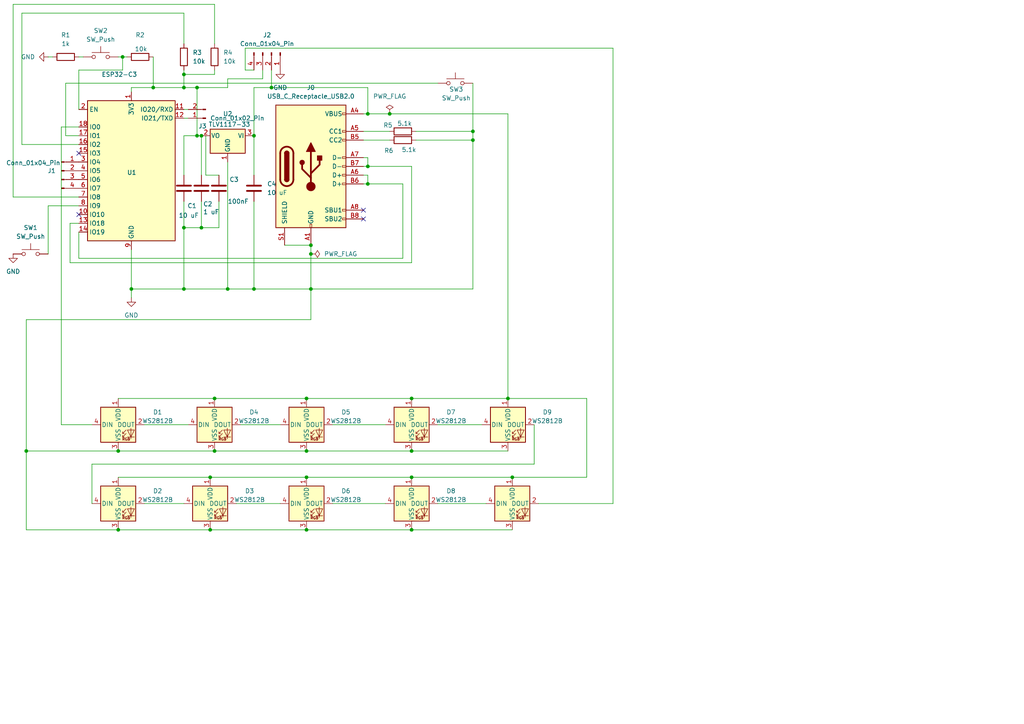
<source format=kicad_sch>
(kicad_sch (version 20231120) (generator "eeschema") (generator_version "8.0")
  (paper "A4")
  (lib_symbols
    (symbol "Connector:Conn_01x02_Pin" (pin_names (offset 1.016) hide)
      (property "Reference" "J" (at 0 2.54 0))
      (property "Value" "Conn_01x02_Pin" (at 0 -5.08 0))
      (symbol "Conn_01x02_Pin_1_1"
        (polyline (pts (xy 1.27 -2.54) (xy 0.8636 -2.54)) (stroke (width 0.1524)))
        (polyline (pts (xy 1.27 0) (xy 0.8636 0)) (stroke (width 0.1524)))
        (rectangle (start 0.8636 -2.413) (end 0 -2.667) (stroke (width 0.1524)) (fill (type outline)))
        (rectangle (start 0.8636 0.127) (end 0 -0.127) (stroke (width 0.1524)) (fill (type outline)))
        (pin passive line (at 5.08 0 180) (length 3.81) (name "Pin_1") (number "1"))
        (pin passive line (at 5.08 -2.54 180) (length 3.81) (name "Pin_2") (number "2"))
      )
    )
    (symbol "Connector:Conn_01x04_Pin" (pin_names (offset 1.016) hide)
      (property "Reference" "J" (at 0 5.08 0))
      (property "Value" "Conn_01x04_Pin" (at 0 -7.62 0))
      (symbol "Conn_01x04_Pin_1_1"
        (polyline (pts (xy 1.27 -5.08) (xy 0.8636 -5.08)) (stroke (width 0.1524)))
        (polyline (pts (xy 1.27 -2.54) (xy 0.8636 -2.54)) (stroke (width 0.1524)))
        (polyline (pts (xy 1.27 0) (xy 0.8636 0)) (stroke (width 0.1524)))
        (polyline (pts (xy 1.27 2.54) (xy 0.8636 2.54)) (stroke (width 0.1524)))
        (rectangle (start 0.8636 -4.953) (end 0 -5.207) (stroke (width 0.1524)) (fill (type outline)))
        (rectangle (start 0.8636 -2.413) (end 0 -2.667) (stroke (width 0.1524)) (fill (type outline)))
        (rectangle (start 0.8636 0.127) (end 0 -0.127) (stroke (width 0.1524)) (fill (type outline)))
        (rectangle (start 0.8636 2.667) (end 0 2.413) (stroke (width 0.1524)) (fill (type outline)))
        (pin passive line (at 5.08 2.54 180) (length 3.81) (name "Pin_1") (number "1"))
        (pin passive line (at 5.08 0 180) (length 3.81) (name "Pin_2") (number "2"))
        (pin passive line (at 5.08 -2.54 180) (length 3.81) (name "Pin_3") (number "3"))
        (pin passive line (at 5.08 -5.08 180) (length 3.81) (name "Pin_4") (number "4"))
      )
    )
    (symbol "Connector:USB_C_Receptacle_USB2.0" (pin_names (offset 1.016))
      (property "Reference" "J" (at -10.16 19.05 0))
      (property "Value" "USB_C_Receptacle_USB2.0" (at 19.05 19.05 0))
      (symbol "USB_C_Receptacle_USB2.0_0_0"
        (rectangle (start -0.254 -17.78) (end 0.254 -16.764))
        (rectangle (start 10.16 -14.986) (end 9.144 -15.494))
        (rectangle (start 10.16 -12.446) (end 9.144 -12.954))
        (rectangle (start 10.16 -4.826) (end 9.144 -5.334))
        (rectangle (start 10.16 -2.286) (end 9.144 -2.794))
        (rectangle (start 10.16 0.254) (end 9.144 -0.254))
        (rectangle (start 10.16 2.794) (end 9.144 2.286))
        (rectangle (start 10.16 7.874) (end 9.144 7.366))
        (rectangle (start 10.16 10.414) (end 9.144 9.906))
        (rectangle (start 10.16 15.494) (end 9.144 14.986))
      )
      (symbol "USB_C_Receptacle_USB2.0_0_1"
        (rectangle (start -10.16 17.78) (end 10.16 -17.78) (stroke (width 0.254)) (fill (type background)))
        (arc (start -8.89 -3.81) (mid -6.985 -5.7067) (end -5.08 -3.81) (stroke (width 0.508)))
        (arc (start -7.62 -3.81) (mid -6.985 -4.4423) (end -6.35 -3.81) (stroke (width 0.254)))
        (arc (start -7.62 -3.81) (mid -6.985 -4.4423) (end -6.35 -3.81) (stroke (width 0.254)) (fill (type outline)))
        (rectangle (start -7.62 -3.81) (end -6.35 3.81) (stroke (width 0.254)) (fill (type outline)))
        (arc (start -6.35 3.81) (mid -6.985 4.4423) (end -7.62 3.81) (stroke (width 0.254)))
        (arc (start -6.35 3.81) (mid -6.985 4.4423) (end -7.62 3.81) (stroke (width 0.254)) (fill (type outline)))
        (arc (start -5.08 3.81) (mid -6.985 5.7067) (end -8.89 3.81) (stroke (width 0.508)))
        (circle (center -2.54 1.143) (radius 0.635) (stroke (width 0.254)) (fill (type outline)))
        (circle (center 0 -5.842) (radius 1.27) (fill (type outline)))
        (polyline (pts (xy -8.89 -3.81) (xy -8.89 3.81)) (stroke (width 0.508)))
        (polyline (pts (xy -5.08 3.81) (xy -5.08 -3.81)) (stroke (width 0.508)))
        (polyline (pts (xy 0 -5.842) (xy 0 4.318)) (stroke (width 0.508)))
        (polyline (pts (xy 0 -3.302) (xy -2.54 -0.762) (xy -2.54 0.508)) (stroke (width 0.508)))
        (polyline (pts (xy 0 -2.032) (xy 2.54 0.508) (xy 2.54 1.778)) (stroke (width 0.508)))
        (polyline (pts (xy -1.27 4.318) (xy 0 6.858) (xy 1.27 4.318) (xy -1.27 4.318)) (stroke (width 0.254)) (fill (type outline)))
        (rectangle (start 1.905 1.778) (end 3.175 3.048) (stroke (width 0.254)) (fill (type outline)))
      )
      (symbol "USB_C_Receptacle_USB2.0_1_1"
        (pin passive line (at 0 -22.86 90) (length 5.08) (name "GND") (number "A1"))
        (pin passive line (at 0 -22.86 90) (length 5.08) hide (name "GND") (number "A12"))
        (pin passive line (at 15.24 15.24 180) (length 5.08) (name "VBUS") (number "A4"))
        (pin bidirectional line (at 15.24 10.16 180) (length 5.08) (name "CC1") (number "A5"))
        (pin bidirectional line (at 15.24 -2.54 180) (length 5.08) (name "D+") (number "A6"))
        (pin bidirectional line (at 15.24 2.54 180) (length 5.08) (name "D-") (number "A7"))
        (pin bidirectional line (at 15.24 -12.7 180) (length 5.08) (name "SBU1") (number "A8"))
        (pin passive line (at 15.24 15.24 180) (length 5.08) hide (name "VBUS") (number "A9"))
        (pin passive line (at 0 -22.86 90) (length 5.08) hide (name "GND") (number "B1"))
        (pin passive line (at 0 -22.86 90) (length 5.08) hide (name "GND") (number "B12"))
        (pin passive line (at 15.24 15.24 180) (length 5.08) hide (name "VBUS") (number "B4"))
        (pin bidirectional line (at 15.24 7.62 180) (length 5.08) (name "CC2") (number "B5"))
        (pin bidirectional line (at 15.24 -5.08 180) (length 5.08) (name "D+") (number "B6"))
        (pin bidirectional line (at 15.24 0 180) (length 5.08) (name "D-") (number "B7"))
        (pin bidirectional line (at 15.24 -15.24 180) (length 5.08) (name "SBU2") (number "B8"))
        (pin passive line (at 15.24 15.24 180) (length 5.08) hide (name "VBUS") (number "B9"))
        (pin passive line (at -7.62 -22.86 90) (length 5.08) (name "SHIELD") (number "S1"))
      )
    )
    (symbol "Device:C" (pin_numbers hide) (pin_names (offset 0.254))
      (property "Reference" "C" (at 0.635 2.54 0))
      (property "Value" "C" (at 0.635 -2.54 0))
      (symbol "C_0_1"
        (polyline (pts (xy -2.032 -0.762) (xy 2.032 -0.762)) (stroke (width 0.508)))
        (polyline (pts (xy -2.032 0.762) (xy 2.032 0.762)) (stroke (width 0.508)))
      )
      (symbol "C_1_1"
        (pin passive line (at 0 3.81 270) (length 2.794) (name "~") (number "1"))
        (pin passive line (at 0 -3.81 90) (length 2.794) (name "~") (number "2"))
      )
    )
    (symbol "Device:R" (pin_numbers hide) (pin_names (offset 0))
      (property "Reference" "R" (at 2.032 0 90))
      (property "Value" "R" (at 0 0 90))
      (symbol "R_0_1"
        (rectangle (start -1.016 -2.54) (end 1.016 2.54) (stroke (width 0.254)))
      )
      (symbol "R_1_1"
        (pin passive line (at 0 3.81 270) (length 1.27) (name "~") (number "1"))
        (pin passive line (at 0 -3.81 90) (length 1.27) (name "~") (number "2"))
      )
    )
    (symbol "LED:WS2812B" (pin_names (offset 0.254))
      (property "Reference" "D" (at 5.08 5.715 0))
      (property "Value" "WS2812B" (at 1.27 -5.715 0))
      (symbol "WS2812B_0_0"
        (text "RGB" (at 2.286 -4.191 0) (effects (font (size 0.762 0.762))))
      )
      (symbol "WS2812B_0_1"
        (polyline (pts (xy 1.27 -3.556) (xy 1.778 -3.556)))
        (polyline (pts (xy 1.27 -2.54) (xy 1.778 -2.54)))
        (polyline (pts (xy 4.699 -3.556) (xy 2.667 -3.556)))
        (polyline (pts (xy 2.286 -2.54) (xy 1.27 -3.556) (xy 1.27 -3.048)))
        (polyline (pts (xy 2.286 -1.524) (xy 1.27 -2.54) (xy 1.27 -2.032)))
        (polyline (pts (xy 3.683 -1.016) (xy 3.683 -3.556) (xy 3.683 -4.064)))
        (polyline (pts (xy 4.699 -1.524) (xy 2.667 -1.524) (xy 3.683 -3.556) (xy 4.699 -1.524)))
        (rectangle (start 5.08 5.08) (end -5.08 -5.08) (stroke (width 0.254)) (fill (type background)))
      )
      (symbol "WS2812B_1_1"
        (pin power_in line (at 0 7.62 270) (length 2.54) (name "VDD") (number "1"))
        (pin output line (at 7.62 0 180) (length 2.54) (name "DOUT") (number "2"))
        (pin power_in line (at 0 -7.62 90) (length 2.54) (name "VSS") (number "3"))
        (pin input line (at -7.62 0 0) (length 2.54) (name "DIN") (number "4"))
      )
    )
    (symbol "RF_Module:ESP32-C3-WROOM-02"
      (property "Reference" "U" (at -12.192 21.336 0))
      (property "Value" "ESP32-C3-WROOM-02" (at 12.192 21.336 0))
      (symbol "ESP32-C3-WROOM-02_1_1"
        (rectangle (start -12.7 20.32) (end 12.7 -20.32) (stroke (width 0.254)) (fill (type background)))
        (pin power_in line (at 0 22.86 270) (length 2.54) (name "3V3") (number "1"))
        (pin bidirectional line (at -15.24 -12.7 0) (length 2.54) (name "IO10") (number "10"))
        (pin bidirectional line (at 15.24 17.78 180) (length 2.54) (name "IO20/RXD") (number "11"))
        (pin bidirectional line (at 15.24 15.24 180) (length 2.54) (name "IO21/TXD") (number "12"))
        (pin bidirectional line (at -15.24 -15.24 0) (length 2.54) (name "IO18") (number "13"))
        (pin bidirectional line (at -15.24 -17.78 0) (length 2.54) (name "IO19") (number "14"))
        (pin bidirectional line (at -15.24 5.08 0) (length 2.54) (name "IO3") (number "15"))
        (pin bidirectional line (at -15.24 7.62 0) (length 2.54) (name "IO2") (number "16"))
        (pin bidirectional line (at -15.24 10.16 0) (length 2.54) (name "IO1") (number "17"))
        (pin bidirectional line (at -15.24 12.7 0) (length 2.54) (name "IO0") (number "18"))
        (pin passive line (at 0 -22.86 90) (length 2.54) hide (name "GND") (number "19"))
        (pin input line (at -15.24 17.78 0) (length 2.54) (name "EN") (number "2"))
        (pin bidirectional line (at -15.24 2.54 0) (length 2.54) (name "IO4") (number "3"))
        (pin bidirectional line (at -15.24 0 0) (length 2.54) (name "IO5") (number "4"))
        (pin bidirectional line (at -15.24 -2.54 0) (length 2.54) (name "IO6") (number "5"))
        (pin bidirectional line (at -15.24 -5.08 0) (length 2.54) (name "IO7") (number "6"))
        (pin bidirectional line (at -15.24 -7.62 0) (length 2.54) (name "IO8") (number "7"))
        (pin bidirectional line (at -15.24 -10.16 0) (length 2.54) (name "IO9") (number "8"))
        (pin power_in line (at 0 -22.86 90) (length 2.54) (name "GND") (number "9"))
      )
    )
    (symbol "Regulator_Linear:TLV1117-33" (pin_names (offset 0.254))
      (property "Reference" "U" (at -3.81 3.175 0))
      (property "Value" "TLV1117-33" (at 0 3.175 0))
      (symbol "TLV1117-33_0_1"
        (rectangle (start -5.08 -5.08) (end 5.08 1.905) (stroke (width 0.254)) (fill (type background)))
      )
      (symbol "TLV1117-33_1_1"
        (pin power_in line (at 0 -7.62 90) (length 2.54) (name "GND") (number "1"))
        (pin power_out line (at 7.62 0 180) (length 2.54) (name "VO") (number "2"))
        (pin power_in line (at -7.62 0 0) (length 2.54) (name "VI") (number "3"))
      )
    )
    (symbol "Switch:SW_Push" (pin_numbers hide) (pin_names (offset 1.016) hide)
      (property "Reference" "SW" (at 1.27 2.54 0))
      (property "Value" "SW_Push" (at 0 -1.524 0))
      (symbol "SW_Push_0_1"
        (circle (center -2.032 0) (radius 0.508))
        (polyline (pts (xy 0 1.27) (xy 0 3.048)))
        (polyline (pts (xy 2.54 1.27) (xy -2.54 1.27)))
        (circle (center 2.032 0) (radius 0.508))
        (pin passive line (at -5.08 0 0) (length 2.54) (name "1") (number "1"))
        (pin passive line (at 5.08 0 180) (length 2.54) (name "2") (number "2"))
      )
    )
    (symbol "power:GND" (power) (pin_numbers hide) (pin_names (offset 0) hide)
      (property "Value" "GND" (at 0 -3.81 0))
      (symbol "GND_0_1"
        (polyline (pts (xy 0 0) (xy 0 -1.27) (xy 1.27 -1.27) (xy 0 -2.54) (xy -1.27 -1.27) (xy 0 -1.27)))
      )
      (symbol "GND_1_1"
        (pin power_in line (at 0 0 270) (length 0) (name "~") (number "1"))
      )
    )
    (symbol "power:PWR_FLAG" (power) (pin_numbers hide) (pin_names (offset 0) hide)
      (property "Value" "PWR_FLAG" (at 0 3.81 0))
      (symbol "PWR_FLAG_0_0"
        (pin power_out line (at 0 0 90) (length 0) (name "~") (number "1"))
      )
      (symbol "PWR_FLAG_0_1"
        (polyline (pts (xy 0 0) (xy 0 1.27) (xy -1.016 1.905) (xy 0 2.54) (xy 1.016 1.905) (xy 0 1.27)))
      )
    )
  )
  (junction (at 35.56 16.51))
  (junction (at 53.34 21.59))
  (junction (at 60.96 153.67))
  (junction (at 78.74 25.4))
  (junction (at 119.38 130.81))
  (junction (at 106.68 48.26))
  (junction (at 137.16 38.1))
  (junction (at 66.04 83.82))
  (junction (at 148.59 138.43))
  (junction (at 58.42 66.04))
  (junction (at 38.1 83.82))
  (junction (at 53.34 83.82))
  (junction (at 44.45 25.4))
  (junction (at 62.23 115.57))
  (junction (at 119.38 115.57))
  (junction (at 147.32 115.57))
  (junction (at 34.29 130.81))
  (junction (at 58.42 39.37))
  (junction (at 90.17 73.66))
  (junction (at 88.9 138.43))
  (junction (at 88.9 130.81))
  (junction (at 60.96 138.43))
  (junction (at 119.38 153.67))
  (junction (at 106.68 33.02))
  (junction (at 53.34 66.04))
  (junction (at 119.38 138.43))
  (junction (at 7.62 130.81))
  (junction (at 62.23 130.81))
  (junction (at 137.16 40.64))
  (junction (at 57.15 25.4))
  (junction (at 73.66 39.37))
  (junction (at 57.15 39.37))
  (junction (at 88.9 115.57))
  (junction (at 88.9 153.67))
  (junction (at 73.66 83.82))
  (junction (at 34.29 153.67))
  (junction (at 90.17 83.82))
  (junction (at 106.68 53.34))
  (junction (at 90.17 71.12))
  (junction (at 113.03 33.02))
  (junction (at 53.34 25.4))
  (no_connect (at 105.41 60.96))
  (no_connect (at 22.86 62.23))
  (no_connect (at 22.86 44.45))
  (no_connect (at 105.41 63.5))
  (wire (pts (xy 119.38 130.81) (xy 147.32 130.81)))
  (wire (pts (xy 58.42 66.04) (xy 53.34 66.04)))
  (wire (pts (xy 113.03 33.02) (xy 147.32 33.02)))
  (wire (pts (xy 90.17 71.12) (xy 90.17 73.66)))
  (wire (pts (xy 22.86 20.32) (xy 22.86 31.75)))
  (wire (pts (xy 57.15 25.4) (xy 66.04 25.4)))
  (wire (pts (xy 20.32 64.77) (xy 22.86 64.77)))
  (wire (pts (xy 34.29 153.67) (xy 60.96 153.67)))
  (wire (pts (xy 63.5 50.8) (xy 59.69 50.8)))
  (wire (pts (xy 57.15 39.37) (xy 57.15 25.4)))
  (wire (pts (xy 66.04 25.4) (xy 66.04 22.86)))
  (wire (pts (xy 154.94 123.19) (xy 154.94 134.62)))
  (wire (pts (xy 59.69 50.8) (xy 59.69 39.37)))
  (wire (pts (xy 41.91 123.19) (xy 54.61 123.19)))
  (wire (pts (xy 34.29 16.51) (xy 35.56 16.51)))
  (wire (pts (xy 73.66 39.37) (xy 73.66 50.8)))
  (wire (pts (xy 156.21 146.05) (xy 177.8 146.05)))
  (wire (pts (xy 147.32 33.02) (xy 147.32 115.57)))
  (wire (pts (xy 63.5 66.04) (xy 58.42 66.04)))
  (wire (pts (xy 19.05 24.13) (xy 127 24.13)))
  (wire (pts (xy 26.67 134.62) (xy 154.94 134.62)))
  (wire (pts (xy 105.41 40.64) (xy 113.03 40.64)))
  (wire (pts (xy 105.41 45.72) (xy 106.68 45.72)))
  (wire (pts (xy 119.38 138.43) (xy 148.59 138.43)))
  (wire (pts (xy 105.41 50.8) (xy 106.68 50.8)))
  (wire (pts (xy 68.58 146.05) (xy 81.28 146.05)))
  (wire (pts (xy 73.66 83.82) (xy 90.17 83.82)))
  (wire (pts (xy 78.74 20.32) (xy 78.74 25.4)))
  (wire (pts (xy 3.81 57.15) (xy 22.86 57.15)))
  (wire (pts (xy 76.2 22.86) (xy 76.2 20.32)))
  (wire (pts (xy 96.52 146.05) (xy 111.76 146.05)))
  (wire (pts (xy 41.91 146.05) (xy 53.34 146.05)))
  (wire (pts (xy 34.29 130.81) (xy 62.23 130.81)))
  (wire (pts (xy 127 123.19) (xy 139.7 123.19)))
  (wire (pts (xy 119.38 48.26) (xy 119.38 76.2)))
  (wire (pts (xy 96.52 123.19) (xy 111.76 123.19)))
  (wire (pts (xy 35.56 20.32) (xy 22.86 20.32)))
  (wire (pts (xy 62.23 20.32) (xy 62.23 21.59)))
  (wire (pts (xy 53.34 39.37) (xy 53.34 50.8)))
  (wire (pts (xy 62.23 1.27) (xy 3.81 1.27)))
  (wire (pts (xy 20.32 64.77) (xy 20.32 76.2)))
  (wire (pts (xy 62.23 130.81) (xy 88.9 130.81)))
  (wire (pts (xy 26.67 134.62) (xy 26.67 146.05)))
  (wire (pts (xy 88.9 115.57) (xy 119.38 115.57)))
  (wire (pts (xy 120.65 38.1) (xy 137.16 38.1)))
  (wire (pts (xy 53.34 25.4) (xy 57.15 25.4)))
  (wire (pts (xy 22.86 74.93) (xy 116.84 74.93)))
  (wire (pts (xy 38.1 83.82) (xy 53.34 83.82)))
  (wire (pts (xy 13.97 16.51) (xy 15.24 16.51)))
  (wire (pts (xy 38.1 25.4) (xy 38.1 26.67)))
  (wire (pts (xy 53.34 39.37) (xy 57.15 39.37)))
  (wire (pts (xy 53.34 21.59) (xy 53.34 25.4)))
  (wire (pts (xy 170.18 115.57) (xy 170.18 138.43)))
  (wire (pts (xy 17.78 36.83) (xy 17.78 123.19)))
  (wire (pts (xy 38.1 25.4) (xy 44.45 25.4)))
  (wire (pts (xy 13.97 73.66) (xy 13.97 59.69)))
  (wire (pts (xy 60.96 153.67) (xy 88.9 153.67)))
  (wire (pts (xy 35.56 16.51) (xy 36.83 16.51)))
  (wire (pts (xy 53.34 20.32) (xy 53.34 21.59)))
  (wire (pts (xy 69.85 123.19) (xy 81.28 123.19)))
  (wire (pts (xy 19.05 39.37) (xy 22.86 39.37)))
  (wire (pts (xy 54.61 34.29) (xy 53.34 34.29)))
  (wire (pts (xy 105.41 53.34) (xy 106.68 53.34)))
  (wire (pts (xy 53.34 83.82) (xy 66.04 83.82)))
  (wire (pts (xy 147.32 115.57) (xy 170.18 115.57)))
  (wire (pts (xy 62.23 12.7) (xy 62.23 1.27)))
  (wire (pts (xy 71.12 20.32) (xy 73.66 20.32)))
  (wire (pts (xy 3.81 1.27) (xy 3.81 57.15)))
  (wire (pts (xy 22.86 16.51) (xy 24.13 16.51)))
  (wire (pts (xy 90.17 73.66) (xy 90.17 83.82)))
  (wire (pts (xy 38.1 83.82) (xy 38.1 86.36)))
  (wire (pts (xy 106.68 50.8) (xy 106.68 53.34)))
  (wire (pts (xy 38.1 72.39) (xy 38.1 83.82)))
  (wire (pts (xy 17.78 123.19) (xy 26.67 123.19)))
  (wire (pts (xy 63.5 58.42) (xy 63.5 66.04)))
  (wire (pts (xy 106.68 53.34) (xy 116.84 53.34)))
  (wire (pts (xy 66.04 22.86) (xy 76.2 22.86)))
  (wire (pts (xy 44.45 25.4) (xy 53.34 25.4)))
  (wire (pts (xy 170.18 138.43) (xy 148.59 138.43)))
  (wire (pts (xy 106.68 25.4) (xy 106.68 33.02)))
  (wire (pts (xy 137.16 40.64) (xy 137.16 38.1)))
  (wire (pts (xy 62.23 115.57) (xy 88.9 115.57)))
  (wire (pts (xy 7.62 92.71) (xy 7.62 130.81)))
  (wire (pts (xy 53.34 12.7) (xy 53.34 3.81)))
  (wire (pts (xy 20.32 76.2) (xy 119.38 76.2)))
  (wire (pts (xy 78.74 25.4) (xy 106.68 25.4)))
  (wire (pts (xy 105.41 48.26) (xy 106.68 48.26)))
  (wire (pts (xy 90.17 83.82) (xy 137.16 83.82)))
  (wire (pts (xy 88.9 153.67) (xy 119.38 153.67)))
  (wire (pts (xy 6.35 3.81) (xy 6.35 41.91)))
  (wire (pts (xy 22.86 36.83) (xy 17.78 36.83)))
  (wire (pts (xy 53.34 3.81) (xy 6.35 3.81)))
  (wire (pts (xy 19.05 24.13) (xy 19.05 39.37)))
  (wire (pts (xy 119.38 115.57) (xy 147.32 115.57)))
  (wire (pts (xy 88.9 130.81) (xy 119.38 130.81)))
  (wire (pts (xy 106.68 48.26) (xy 119.38 48.26)))
  (wire (pts (xy 137.16 83.82) (xy 137.16 40.64)))
  (wire (pts (xy 60.96 138.43) (xy 88.9 138.43)))
  (wire (pts (xy 90.17 92.71) (xy 7.62 92.71)))
  (wire (pts (xy 73.66 58.42) (xy 73.66 83.82)))
  (wire (pts (xy 13.97 59.69) (xy 22.86 59.69)))
  (wire (pts (xy 127 146.05) (xy 140.97 146.05)))
  (wire (pts (xy 66.04 46.99) (xy 66.04 83.82)))
  (wire (pts (xy 88.9 138.43) (xy 119.38 138.43)))
  (wire (pts (xy 82.55 71.12) (xy 90.17 71.12)))
  (wire (pts (xy 66.04 83.82) (xy 73.66 83.82)))
  (wire (pts (xy 119.38 153.67) (xy 148.59 153.67)))
  (wire (pts (xy 57.15 39.37) (xy 58.42 39.37)))
  (wire (pts (xy 120.65 40.64) (xy 137.16 40.64)))
  (wire (pts (xy 106.68 45.72) (xy 106.68 48.26)))
  (wire (pts (xy 177.8 13.97) (xy 71.12 13.97)))
  (wire (pts (xy 106.68 33.02) (xy 113.03 33.02)))
  (wire (pts (xy 34.29 115.57) (xy 62.23 115.57)))
  (wire (pts (xy 90.17 83.82) (xy 90.17 92.71)))
  (wire (pts (xy 58.42 58.42) (xy 58.42 66.04)))
  (wire (pts (xy 73.66 39.37) (xy 73.66 25.4)))
  (wire (pts (xy 58.42 39.37) (xy 59.69 39.37)))
  (wire (pts (xy 54.61 31.75) (xy 53.34 31.75)))
  (wire (pts (xy 62.23 21.59) (xy 53.34 21.59)))
  (wire (pts (xy 105.41 38.1) (xy 113.03 38.1)))
  (wire (pts (xy 73.66 25.4) (xy 78.74 25.4)))
  (wire (pts (xy 7.62 153.67) (xy 34.29 153.67)))
  (wire (pts (xy 105.41 33.02) (xy 106.68 33.02)))
  (wire (pts (xy 7.62 130.81) (xy 34.29 130.81)))
  (wire (pts (xy 35.56 16.51) (xy 35.56 20.32)))
  (wire (pts (xy 116.84 53.34) (xy 116.84 74.93)))
  (wire (pts (xy 22.86 74.93) (xy 22.86 67.31)))
  (wire (pts (xy 177.8 146.05) (xy 177.8 13.97)))
  (wire (pts (xy 53.34 66.04) (xy 53.34 83.82)))
  (wire (pts (xy 71.12 13.97) (xy 71.12 20.32)))
  (wire (pts (xy 53.34 58.42) (xy 53.34 66.04)))
  (wire (pts (xy 137.16 38.1) (xy 137.16 24.13)))
  (wire (pts (xy 6.35 41.91) (xy 22.86 41.91)))
  (wire (pts (xy 34.29 138.43) (xy 60.96 138.43)))
  (wire (pts (xy 58.42 39.37) (xy 58.42 50.8)))
  (wire (pts (xy 44.45 25.4) (xy 44.45 16.51)))
  (wire (pts (xy 7.62 130.81) (xy 7.62 153.67)))
  (symbol (lib_id "Device:R") (at 116.84 40.64 90) (unit 1)
    (property "Reference" "R6" (at 112.776 43.688 90))
    (property "Value" "5.1k" (at 118.618 43.434 90))
    (property "Footprint" "Resistor_SMD:R_0603_1608Metric_Pad0.98x0.95mm_HandSolder" (effects (hide yes)))
    (property "Description" "Resistor" (effects (hide yes)))
  )
  (symbol (lib_id "Device:R") (at 19.05 16.51 90) (unit 1)
    (property "Reference" "R1" (at 19.05 10.16 90))
    (property "Value" "1k" (at 19.05 12.7 90))
    (property "Footprint" "Resistor_SMD:R_0603_1608Metric_Pad0.98x0.95mm_HandSolder" (effects (hide yes)))
    (property "Description" "Resistor" (effects (hide yes)))
  )
  (symbol (lib_id "power:GND") (at 81.28 20.32 0) (unit 1)
    (property "Reference" "#PWR04" (effects (hide yes)))
    (property "Value" "GND" (at 81.28 25.4 0))
    (property "Description" "Power symbol creates a global label with name \"GND\" , ground" (effects (hide yes)))
  )
  (symbol (lib_id "LED:WS2812B") (at 119.38 123.19 0) (unit 1)
    (property "Reference" "D7" (at 130.81 119.5421 0))
    (property "Value" "WS2812B" (at 130.81 122.0821 0))
    (property "Footprint" "LED_SMD:LED_WS2812B_PLCC4_5.0x5.0mm_P3.2mm" (effects (hide yes)))
    (property "Datasheet" "https://cdn-shop.adafruit.com/datasheets/WS2812B.pdf" (effects (hide yes)))
  )
  (symbol (lib_id "LED:WS2812B") (at 88.9 146.05 0) (unit 1)
    (property "Reference" "D6" (at 100.33 142.4021 0))
    (property "Value" "WS2812B" (at 100.33 144.9421 0))
    (property "Footprint" "LED_SMD:LED_WS2812B_PLCC4_5.0x5.0mm_P3.2mm" (effects (hide yes)))
    (property "Datasheet" "https://cdn-shop.adafruit.com/datasheets/WS2812B.pdf" (effects (hide yes)))
  )
  (symbol (lib_id "LED:WS2812B") (at 60.96 146.05 0) (unit 1)
    (property "Reference" "D3" (at 72.39 142.4021 0))
    (property "Value" "WS2812B" (at 72.39 144.9421 0))
    (property "Footprint" "LED_SMD:LED_WS2812B_PLCC4_5.0x5.0mm_P3.2mm" (effects (hide yes)))
    (property "Datasheet" "https://cdn-shop.adafruit.com/datasheets/WS2812B.pdf" (effects (hide yes)))
  )
  (symbol (lib_id "Device:R") (at 53.34 16.51 180) (unit 1)
    (property "Reference" "R3" (at 55.88 15.2399 0) (effects (justify right)))
    (property "Value" "10k" (at 55.88 17.7799 0) (effects (justify right)))
    (property "Footprint" "Resistor_SMD:R_0603_1608Metric_Pad0.98x0.95mm_HandSolder" (effects (hide yes)))
    (property "Description" "Resistor" (effects (hide yes)))
  )
  (symbol (lib_id "Connector:Conn_01x04_Pin") (at 17.78 49.53 0) (unit 1)
    (property "Reference" "J1" (at 14.986 49.53 0))
    (property "Value" "Conn_01x04_Pin" (at 9.652 47.244 0))
    (property "Footprint" "Connector_PinSocket_2.54mm:PinSocket_1x04_P2.54mm_Vertical_SMD_Pin1Left" (effects (hide yes)))
    (property "Description" "Generic connector, single row, 01x04, script generated" (effects (hide yes)))
  )
  (symbol (lib_id "LED:WS2812B") (at 62.23 123.19 0) (unit 1)
    (property "Reference" "D4" (at 73.66 119.5421 0))
    (property "Value" "WS2812B" (at 73.66 122.0821 0))
    (property "Footprint" "LED_SMD:LED_WS2812B_PLCC4_5.0x5.0mm_P3.2mm" (effects (hide yes)))
    (property "Datasheet" "https://cdn-shop.adafruit.com/datasheets/WS2812B.pdf" (effects (hide yes)))
  )
  (symbol (lib_id "Device:R") (at 40.64 16.51 90) (unit 1)
    (property "Reference" "R2" (at 40.64 10.16 90))
    (property "Value" "10k" (at 40.894 14.224 90))
    (property "Footprint" "Resistor_SMD:R_0603_1608Metric_Pad0.98x0.95mm_HandSolder" (effects (hide yes)))
    (property "Description" "Resistor" (effects (hide yes)))
  )
  (symbol (lib_id "Switch:SW_Push") (at 8.89 73.66 0) (unit 1)
    (property "Reference" "SW1" (at 8.89 66.04 0))
    (property "Value" "SW_Push" (at 8.89 68.58 0))
    (property "Footprint" "Button_Switch_SMD:SW_Push_SPST_NO_Alps_SKRK" (effects (hide yes)))
    (property "Description" "Push button switch, generic, two pins" (effects (hide yes)))
  )
  (symbol (lib_id "Switch:SW_Push") (at 29.21 16.51 0) (unit 1)
    (property "Reference" "SW2" (at 29.21 8.89 0))
    (property "Value" "SW_Push" (at 29.21 11.43 0))
    (property "Footprint" "Button_Switch_SMD:SW_Push_SPST_NO_Alps_SKRK" (effects (hide yes)))
    (property "Description" "Push button switch, generic, two pins" (effects (hide yes)))
  )
  (symbol (lib_id "Connector:Conn_01x02_Pin") (at 59.69 34.29 180) (unit 1)
    (property "Reference" "J3" (at 59.944 36.576 0) (effects (justify left)))
    (property "Value" "Conn_01x02_Pin" (at 60.96 34.2899 0) (effects (justify right)))
    (property "Footprint" "Connector_PinSocket_2.54mm:PinSocket_1x02_P2.54mm_Vertical_SMD_Pin1Left" (effects (hide yes)))
    (property "Description" "Generic connector, single row, 01x02, script generated" (effects (hide yes)))
  )
  (symbol (lib_id "Connector:Conn_01x04_Pin") (at 78.74 15.24 270) (unit 1)
    (property "Reference" "J2" (at 77.47 10.16 90))
    (property "Value" "Conn_01x04_Pin" (at 77.47 12.7 90))
    (property "Footprint" "Connector_PinSocket_2.54mm:PinSocket_1x04_P2.54mm_Vertical_SMD_Pin1Left" (effects (hide yes)))
    (property "Description" "Generic connector, single row, 01x04, script generated" (effects (hide yes)))
  )
  (symbol (lib_id "Device:C") (at 63.5 54.61 0) (unit 1)
    (property "Reference" "C3" (at 66.548 52.07 0) (effects (justify left)))
    (property "Value" "100nF" (at 66.04 58.42 0) (effects (justify left)))
    (property "Footprint" "Capacitor_SMD:C_0603_1608Metric_Pad1.08x0.95mm_HandSolder" (effects (hide yes)))
    (property "Description" "Unpolarized capacitor" (effects (hide yes)))
  )
  (symbol (lib_id "LED:WS2812B") (at 88.9 123.19 0) (unit 1)
    (property "Reference" "D5" (at 100.33 119.5421 0))
    (property "Value" "WS2812B" (at 100.33 122.0821 0))
    (property "Footprint" "LED_SMD:LED_WS2812B_PLCC4_5.0x5.0mm_P3.2mm" (effects (hide yes)))
    (property "Datasheet" "https://cdn-shop.adafruit.com/datasheets/WS2812B.pdf" (effects (hide yes)))
  )
  (symbol (lib_id "power:GND") (at 13.97 16.51 270) (unit 1)
    (property "Reference" "#PWR02" (effects (hide yes)))
    (property "Value" "GND" (at 10.16 16.5099 90) (effects (justify right)))
    (property "Description" "Power symbol creates a global label with name \"GND\" , ground" (effects (hide yes)))
  )
  (symbol (lib_id "LED:WS2812B") (at 147.32 123.19 0) (unit 1)
    (property "Reference" "D9" (at 158.75 119.5421 0))
    (property "Value" "WS2812B" (at 158.75 122.0821 0))
    (property "Footprint" "LED_SMD:LED_WS2812B_PLCC4_5.0x5.0mm_P3.2mm" (effects (hide yes)))
    (property "Datasheet" "https://cdn-shop.adafruit.com/datasheets/WS2812B.pdf" (effects (hide yes)))
  )
  (symbol (lib_id "Connector:USB_C_Receptacle_USB2.0") (at 90.17 48.26 0) (unit 1)
    (property "Reference" "J0" (at 90.17 25.4 0))
    (property "Value" "USB_C_Receptacle_USB2.0" (at 90.17 27.94 0))
    (property "Footprint" "Connector_USB:USB_C_Receptacle_GCT_USB4110" (effects (hide yes)))
    (property "Datasheet" "https://www.usb.org/sites/default/files/documents/usb_type-c.zip" (effects (hide yes)))
  )
  (symbol (lib_id "power:GND") (at 38.1 86.36 0) (unit 1)
    (property "Reference" "#PWR03" (effects (hide yes)))
    (property "Value" "GND" (at 38.1 91.44 0))
    (property "Description" "Power symbol creates a global label with name \"GND\" , ground" (effects (hide yes)))
  )
  (symbol (lib_id "LED:WS2812B") (at 119.38 146.05 0) (unit 1)
    (property "Reference" "D8" (at 130.81 142.4021 0))
    (property "Value" "WS2812B" (at 130.81 144.9421 0))
    (property "Footprint" "LED_SMD:LED_WS2812B_PLCC4_5.0x5.0mm_P3.2mm" (effects (hide yes)))
    (property "Datasheet" "https://cdn-shop.adafruit.com/datasheets/WS2812B.pdf" (effects (hide yes)))
  )
  (symbol (lib_id "power:PWR_FLAG") (at 90.17 73.66 270) (unit 1)
    (property "Reference" "#FLG02" (effects (hide yes)))
    (property "Value" "PWR_FLAG" (at 93.98 73.6599 90) (effects (justify left)))
    (property "Description" "Special symbol for telling ERC where power comes from" (effects (hide yes)))
  )
  (symbol (lib_id "Switch:SW_Push") (at 132.08 24.13 0) (unit 1)
    (property "Reference" "SW3" (at 132.334 25.908 0))
    (property "Value" "SW_Push" (at 132.334 28.448 0))
    (property "Footprint" "Button_Switch_SMD:SW_Push_SPST_NO_Alps_SKRK" (effects (hide yes)))
  )
  (symbol (lib_id "Device:C") (at 58.42 54.61 0) (unit 1)
    (property "Reference" "C2" (at 58.928 59.182 0) (effects (justify left)))
    (property "Value" "1 uF" (at 58.928 61.468 0) (effects (justify left)))
    (property "Footprint" "Capacitor_SMD:C_0603_1608Metric_Pad1.08x0.95mm_HandSolder" (effects (hide yes)))
    (property "Description" "Unpolarized capacitor" (effects (hide yes)))
  )
  (symbol (lib_id "Device:R") (at 62.23 16.51 0) (unit 1)
    (property "Reference" "R4" (at 64.77 15.2399 0) (effects (justify left)))
    (property "Value" "10k" (at 64.77 17.7799 0) (effects (justify left)))
    (property "Footprint" "Resistor_SMD:R_0603_1608Metric_Pad0.98x0.95mm_HandSolder" (effects (hide yes)))
    (property "Description" "Resistor" (effects (hide yes)))
  )
  (symbol (lib_id "LED:WS2812B") (at 148.59 146.05 0) (unit 1)
    (property "Reference" "D10" (effects (hide yes)))
    (property "Value" "WS2812B" (effects (hide yes)))
    (property "Footprint" "LED_SMD:LED_WS2812B_PLCC4_5.0x5.0mm_P3.2mm" (effects (hide yes)))
    (property "Datasheet" "https://cdn-shop.adafruit.com/datasheets/WS2812B.pdf" (effects (hide yes)))
  )
  (symbol (lib_id "RF_Module:ESP32-C3-WROOM-02") (at 38.1 49.53 0) (unit 1)
    (property "Reference" "U1" (at 36.83 50.038 0) (effects (justify left)))
    (property "Value" "ESP32-C3" (at 29.464 21.59 0) (effects (justify left)))
    (property "Footprint" "RF_Module:ESP32-C3-WROOM-02" (effects (hide yes)))
    (property "Datasheet" "https://www.espressif.com/sites/default/files/documentation/esp32-c3-wroom-02_datasheet_en.pdf" (effects (hide yes)))
    (property "Description" "802.11 b/g/n Wi­Fi and Bluetooth 5 module, ESP32­C3 SoC, RISC­V microprocessor, On-board antenna" (effects (hide yes)))
  )
  (symbol (lib_id "Device:C") (at 53.34 54.61 0) (unit 1)
    (property "Reference" "C1" (at 54.356 59.69 0) (effects (justify left)))
    (property "Value" "10 uF" (at 51.816 62.484 0) (effects (justify left)))
    (property "Footprint" "Capacitor_SMD:C_0603_1608Metric_Pad1.08x0.95mm_HandSolder" (effects (hide yes)))
    (property "Description" "Unpolarized capacitor" (effects (hide yes)))
  )
  (symbol (lib_id "power:PWR_FLAG") (at 113.03 33.02 0) (unit 1)
    (property "Reference" "#FLG01" (effects (hide yes)))
    (property "Value" "PWR_FLAG" (at 113.03 27.94 0))
    (property "Description" "Special symbol for telling ERC where power comes from" (effects (hide yes)))
  )
  (symbol (lib_id "LED:WS2812B") (at 34.29 146.05 0) (unit 1)
    (property "Reference" "D2" (at 45.72 142.4021 0))
    (property "Value" "WS2812B" (at 45.72 144.9421 0))
    (property "Footprint" "LED_SMD:LED_WS2812B_PLCC4_5.0x5.0mm_P3.2mm" (effects (hide yes)))
    (property "Datasheet" "https://cdn-shop.adafruit.com/datasheets/WS2812B.pdf" (effects (hide yes)))
  )
  (symbol (lib_id "LED:WS2812B") (at 34.29 123.19 0) (unit 1)
    (property "Reference" "D1" (at 45.72 119.5421 0))
    (property "Value" "WS2812B" (at 45.72 122.0821 0))
    (property "Footprint" "LED_SMD:LED_WS2812B_PLCC4_5.0x5.0mm_P3.2mm" (effects (hide yes)))
    (property "Datasheet" "https://cdn-shop.adafruit.com/datasheets/WS2812B.pdf" (effects (hide yes)))
  )
  (symbol (lib_id "Device:C") (at 73.66 54.61 0) (unit 1)
    (property "Reference" "C4" (at 77.47 53.3399 0) (effects (justify left)))
    (property "Value" "10 uF" (at 77.47 55.8799 0) (effects (justify left)))
    (property "Footprint" "Capacitor_SMD:C_0603_1608Metric_Pad1.08x0.95mm_HandSolder" (effects (hide yes)))
    (property "Description" "Unpolarized capacitor" (effects (hide yes)))
  )
  (symbol (lib_id "Regulator_Linear:TLV1117-33") (at 66.04 39.37 0) (mirror y) (unit 1)
    (property "Reference" "U2" (at 66.04 33.02 0))
    (property "Value" "TLV1117-33" (at 66.548 36.068 0))
    (property "Footprint" "Package_TO_SOT_SMD:SOT-223-3_TabPin2" (effects (hide yes)))
    (property "Datasheet" "http://www.ti.com/lit/ds/symlink/tlv1117.pdf" (effects (hide yes)))
    (property "Description" "800mA Low-Dropout Linear Regulator, 3.3V fixed output, TO-220/TO-252/TO-263/SOT-223" (effects (hide yes)))
  )
  (symbol (lib_id "Device:R") (at 116.84 38.1 90) (unit 1)
    (property "Reference" "R5" (at 112.522 36.322 90))
    (property "Value" "5.1k" (at 117.348 35.814 90))
    (property "Footprint" "Resistor_SMD:R_0603_1608Metric_Pad0.98x0.95mm_HandSolder" (effects (hide yes)))
    (property "Description" "Resistor" (effects (hide yes)))
  )
  (symbol (lib_id "power:GND") (at 3.81 73.66 0) (unit 1)
    (property "Reference" "#PWR01" (effects (hide yes)))
    (property "Value" "GND" (at 3.81 78.74 0))
    (property "Description" "Power symbol creates a global label with name \"GND\" , ground" (effects (hide yes)))
  )
)
</source>
